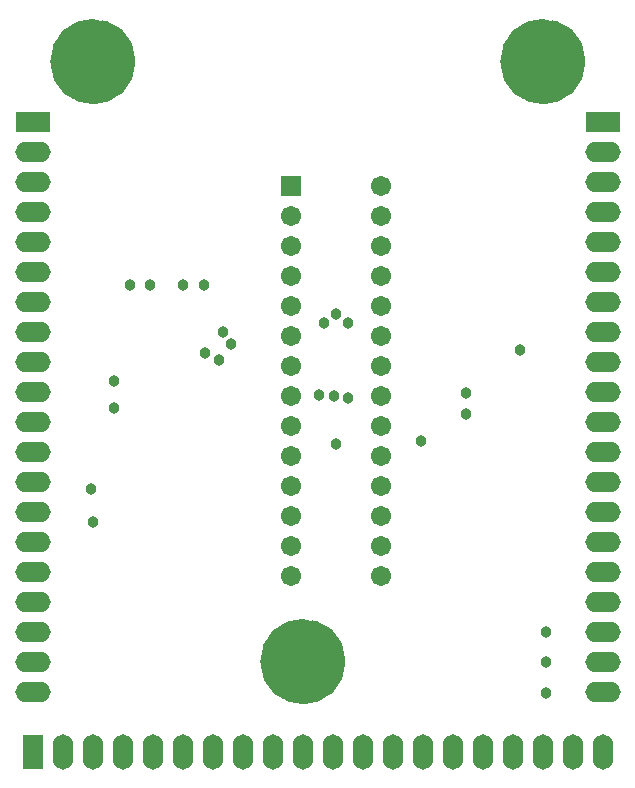
<source format=gbs>
G04 Layer_Color=16711935*
%FSLAX25Y25*%
%MOIN*%
G70*
G01*
G75*
%ADD37C,0.06706*%
%ADD38R,0.06706X0.06706*%
%ADD39C,0.17623*%
%ADD40O,0.11800X0.06800*%
%ADD41R,0.11800X0.06800*%
%ADD42O,0.06800X0.11800*%
%ADD43R,0.06800X0.11800*%
%ADD44C,0.03800*%
%ADD45C,0.10236*%
D37*
X410000Y257000D02*
D03*
Y267000D02*
D03*
Y277000D02*
D03*
Y287000D02*
D03*
Y297000D02*
D03*
Y307000D02*
D03*
Y317000D02*
D03*
Y327000D02*
D03*
Y337000D02*
D03*
Y347000D02*
D03*
Y357000D02*
D03*
Y367000D02*
D03*
Y377000D02*
D03*
Y387000D02*
D03*
X380000Y257000D02*
D03*
Y267000D02*
D03*
Y277000D02*
D03*
Y287000D02*
D03*
Y297000D02*
D03*
Y307000D02*
D03*
Y317000D02*
D03*
Y327000D02*
D03*
Y337000D02*
D03*
Y347000D02*
D03*
Y357000D02*
D03*
Y367000D02*
D03*
Y377000D02*
D03*
D38*
Y387000D02*
D03*
D39*
X384000Y228500D02*
D03*
X314000Y428500D02*
D03*
X464000D02*
D03*
D40*
X484000Y218500D02*
D03*
Y228500D02*
D03*
Y238500D02*
D03*
Y248500D02*
D03*
Y258500D02*
D03*
Y268500D02*
D03*
Y278500D02*
D03*
Y288500D02*
D03*
Y298500D02*
D03*
Y308500D02*
D03*
Y318500D02*
D03*
Y328500D02*
D03*
Y338500D02*
D03*
Y348500D02*
D03*
Y358500D02*
D03*
Y368500D02*
D03*
Y378500D02*
D03*
Y388500D02*
D03*
Y398500D02*
D03*
X294000Y218500D02*
D03*
Y228500D02*
D03*
Y238500D02*
D03*
Y248500D02*
D03*
Y258500D02*
D03*
Y268500D02*
D03*
Y278500D02*
D03*
Y288500D02*
D03*
Y298500D02*
D03*
Y308500D02*
D03*
Y318500D02*
D03*
Y328500D02*
D03*
Y338500D02*
D03*
Y348500D02*
D03*
Y358500D02*
D03*
Y368500D02*
D03*
Y378500D02*
D03*
Y388500D02*
D03*
Y398500D02*
D03*
D41*
X484000Y408500D02*
D03*
X294000D02*
D03*
D42*
X484000Y198500D02*
D03*
X474000D02*
D03*
X464000D02*
D03*
X454000D02*
D03*
X444000D02*
D03*
X434000D02*
D03*
X424000D02*
D03*
X414000D02*
D03*
X404000D02*
D03*
X394000D02*
D03*
X384000D02*
D03*
X374000D02*
D03*
X364000D02*
D03*
X354000D02*
D03*
X344000D02*
D03*
X334000D02*
D03*
X324000D02*
D03*
X314000D02*
D03*
X304000D02*
D03*
D43*
X294000D02*
D03*
D44*
X321000Y313000D02*
D03*
X313500Y286000D02*
D03*
X314000Y275000D02*
D03*
X321000Y322000D02*
D03*
X351000Y354000D02*
D03*
X344000D02*
D03*
X326500D02*
D03*
X333000D02*
D03*
X465000Y218000D02*
D03*
Y228500D02*
D03*
Y238500D02*
D03*
X389500Y317500D02*
D03*
X399000Y316500D02*
D03*
X395000Y301000D02*
D03*
X423500Y302000D02*
D03*
X394500Y317000D02*
D03*
X391000Y341500D02*
D03*
X395000Y344500D02*
D03*
X399000Y341500D02*
D03*
X357500Y338500D02*
D03*
X351500Y331500D02*
D03*
X360000Y334500D02*
D03*
X356000Y329000D02*
D03*
X438500Y318000D02*
D03*
Y311000D02*
D03*
X456500Y332500D02*
D03*
D45*
X393055Y228500D02*
G03*
X393055Y228500I-9055J0D01*
G01*
X323055Y428500D02*
G03*
X323055Y428500I-9055J0D01*
G01*
X473055D02*
G03*
X473055Y428500I-9055J0D01*
G01*
M02*

</source>
